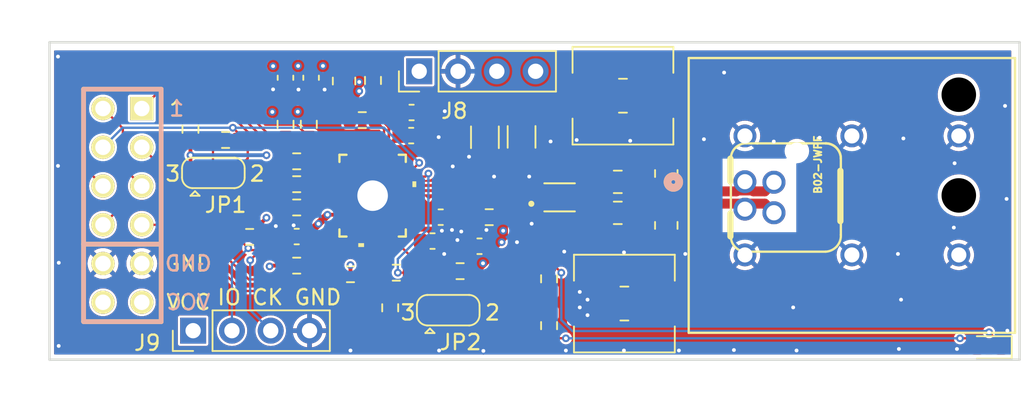
<source format=kicad_pcb>
(kicad_pcb (version 20240108) (generator "pcbnew") (generator_version "8.0")
  (title_block (comment 4 "AISLER Project ID: SOAKOEIL"))
  (layers (0 "F.Cu" signal) (1 "In1.Cu" signal) (2 "In2.Cu" signal) (31 "B.Cu" signal) (34 "B.Paste" user) (35 "F.Paste" user) (36 "B.SilkS" user "B.Silkscreen") (37 "F.SilkS" user "F.Silkscreen") (38 "B.Mask" user) (39 "F.Mask" user) (44 "Edge.Cuts" user))
  (net 0 "")
  (net 1 "GND")
  (net 2 "/V_P")
  (net 3 "+3V3")
  (net 4 "Net-(U4-XI)")
  (net 5 "/VDDIO")
  (net 6 "/VDDMAC")
  (net 7 "/VSLEEP")
  (net 8 "/REFCLK")
  (net 9 "/VDDA")
  (net 10 "/RXER")
  (net 12 "/EF_P")
  (net 13 "/EF_N")
  (net 14 "/RX_D2")
  (net 15 "Net-(JP1-C)")
  (net 16 "Net-(JP1-B)")
  (net 17 "Net-(JP2-C)")
  (net 18 "Net-(JP2-B)")
  (net 19 "/LED_T1")
  (net 20 "/TXEN")
  (net 21 "/RX_D0")
  (net 22 "/TX_D1")
  (net 23 "/RX_D1")
  (net 24 "/TX_D0")
  (net 25 "/RX_DV")
  (net 26 "/MDIO_T1")
  (net 27 "/MDC_T1")
  (net 28 "/RST_T1")
  (net 29 "Net-(LD3-A)")
  (net 30 "/RX_D3")
  (net 31 "Net-(U4-TX_EN)")
  (net 32 "Net-(U4-TX_D1{slash}TX_P)")
  (net 33 "Net-(U4-TX_D0{slash}TX_M)")
  (net 34 "/EN_P")
  (net 35 "/EN_N")
  (net 38 "Net-(L2-Pad2)")
  (net 39 "Net-(L4-Pad2)")
  (net 40 "/E_P")
  (net 41 "/E_N")
  (footprint "Resistor_SMD:R_0603_1608Metric" (layer "F.Cu") (at 73.1 61.7569)
    (property "Reference" "R13" (hide yes))
    (property "Value" "1k")
  )
  (footprint "Resistor_SMD:R_0603_1608Metric" (layer "F.Cu") (at 82.7 64.1 180)
    (property "Reference" "R3" (hide yes))
    (property "Value" "4.7k")
  )
  (footprint "Resistor_SMD:R_0805_2012Metric" (layer "F.Cu") (at 100.3734 61 90)
    (property "Reference" "L7" (hide yes))
    (property "Value" "330n")
  )
  (footprint "Resistor_SMD:R_0603_1608Metric" (layer "F.Cu") (at 79.7 64.2 180)
    (property "Reference" "R35" (hide yes))
    (property "Value" "10")
  )
  (footprint "Resistor_SMD:R_0603_1608Metric" (layer "F.Cu") (at 76.973437 54.375 90)
    (property "Reference" "R41" (hide yes))
    (property "Value" "2.4k")
  )
  (footprint "Capacitor_SMD:C_0603_1608Metric" (layer "F.Cu") (at 88.146837 62.3665)
    (property "Reference" "C18" (hide yes))
    (property "Value" "4.7u")
  )
  (footprint "Resistor_SMD:R_0603_1608Metric" (layer "F.Cu") (at 82.3 66.4 -90)
    (property "Reference" "R4" (hide yes))
    (property "Value" "9.1k")
  )
  (footprint "Resistor_SMD:R_0603_1608Metric" (layer "F.Cu") (at 76.180237 58.3 180)
    (property "Reference" "R15" (hide yes))
    (property "Value" "10")
  )
  (footprint "Resistor_SMD:R_0603_1608Metric" (layer "F.Cu") (at 92.7 64.5 -90)
    (property "Reference" "R44" (hide yes))
    (property "Value" "2.4k")
  )
  (footprint "Capacitor_SMD:C_0603_1608Metric" (layer "F.Cu") (at 85.070237 62.0284 180)
    (property "Reference" "C16" (hide yes))
    (property "Value" "100n")
  )
  (footprint "Connector_PinHeader_2.54mm:PinHeader_1x04_P2.54mm_Vertical" (layer "F.Cu") (at 84.2 50.9 90)
    (property "Reference" "J8")
    (property "Value" "Conn_01x03")
  )
  (footprint "Jumper:SolderJumper-3_P1.3mm_Open_RoundedPad1.0x1.5mm" (layer "F.Cu") (at 86.1 66.5575)
    (property "Reference" "JP2")
    (property "Value" "SolderJumper_3_Open")
  )
  (footprint "Capacitor_SMD:C_0603_1608Metric" (layer "F.Cu") (at 83.7 53.6 180)
    (property "Reference" "C11" (hide yes))
    (property "Value" "4.7u")
  )
  (footprint "Resistor_SMD:R_0805_2012Metric" (layer "F.Cu") (at 79.280637 51.5392 -90)
    (property "Reference" "FB1" (hide yes))
    (property "Value" "100@100M")
  )
  (footprint "DLW21SZ181XQ2L:FIL_DLW21SZ181XQ2L" (layer "F.Cu") (at 93.3884 59.1624)
    (property "Reference" "L1" (hide yes))
    (property "Value" "L_Coupled_1243")
  )
  (footprint "Resistor_SMD:R_0603_1608Metric" (layer "F.Cu") (at 80.473437 54.1 180)
    (property "Reference" "R42" (hide yes))
    (property "Value" "2.4k")
  )
  (footprint "DP83TC813R:VQFN28_RHF_TEX" (layer "F.Cu") (at 81.149937 59.0511)
    (property "Reference" "U4" (hide yes))
    (property "Value" "DP83TC813RRHFRQ1")
  )
  (footprint "Resistor_SMD:R_0603_1608Metric" (layer "F.Cu") (at 88.781837 60.4615 180)
    (property "Reference" "R39" (hide yes))
    (property "Value" "0")
  )
  (footprint "Capacitor_SMD:C_0603_1608Metric" (layer "F.Cu") (at 83.673437 55.1161 180)
    (property "Reference" "C13" (hide yes))
    (property "Value" "100n")
  )
  (footprint "Inductor_SMD:L_6.3x6.3_H3" (layer "F.Cu") (at 97.6302 66.122)
    (property "Reference" "L5" (hide yes))
    (property "Value" "6.8u")
  )
  (footprint "Capacitor_SMD:C_0805_2012Metric" (layer "F.Cu") (at 97.1984 58.1464 180)
    (property "Reference" "C25" (hide yes))
    (property "Value" "100n 100V")
  )
  (footprint "Inductor_SMD:L_1008_2520Metric" (layer "F.Cu") (at 97.5361 52.5)
    (property "Reference" "L3" (hide yes))
    (property "Value" "6.8u")
  )
  (footprint "Resistor_SMD:R_0603_1608Metric" (layer "F.Cu") (at 81.173437 51.5 -90)
    (property "Reference" "R28" (hide yes))
    (property "Value" "0")
  )
  (footprint "Jumper:SolderJumper-3_P1.3mm_Open_RoundedPad1.0x1.5mm" (layer "F.Cu") (at 70.725 57.5575)
    (property "Reference" "JP1")
    (property "Value" "SolderJumper_3_Open")
  )
  (footprint "Resistor_SMD:R_0603_1608Metric" (layer "F.Cu") (at 76.180237 63.6365 180)
    (property "Reference" "R12" (hide yes))
    (property "Value" "2.4k")
  )
  (footprint "Resistor_SMD:R_0603_1608Metric" (layer "F.Cu") (at 69.225 54.7 -90)
    (property "Reference" "R2" (hide yes))
    (property "Value" "9.1k")
  )
  (footprint "Capacitor_SMD:C_1206_3216Metric" (layer "F.Cu") (at 90.9 55.2 -90)
    (property "Reference" "C34" (hide yes))
    (property "Value" "4.7u")
  )
  (footprint "LED_SMD:LED_0603_1608Metric" (layer "F.Cu") (at 121.5 69 180)
    (property "Reference" "LD3" (hide yes))
    (property "Value" "WHITE")
  )
  (footprint "Resistor_SMD:R_0805_2012Metric" (layer "F.Cu") (at 100.3734 57.6 -90)
    (property "Reference" "L6" (hide yes))
    (property "Value" "330n")
  )
  (footprint "Resistor_SMD:R_0603_1608Metric" (layer "F.Cu") (at 75.449437 54.375 90)
    (property "Reference" "R40" (hide yes))
    (property "Value" "2.4k")
  )
  (footprint "Capacitor_SMD:C_0603_1608Metric" (layer "F.Cu") (at 77.122637 51.3235 90)
    (property "Reference" "C8" (hide yes))
    (property "Value" "100n")
  )
  (footprint "Capacitor_SMD:C_0603_1608Metric" (layer "F.Cu") (at 85.606837 60.4615 180)
    (property "Reference" "C20" (hide yes))
    (property "Value" "100n")
  )
  (footprint "Capacitor_SMD:C_0603_1608Metric" (layer "F.Cu") (at 75.446237 51.3235 90)
    (property "Reference" "C7" (hide yes))
    (property "Value" "4.7u")
  )
  (footprint "Resistor_SMD:R_0603_1608Metric" (layer "F.Cu") (at 76.180237 56.8 180)
    (property "Reference" "R14" (hide yes))
    (property "Value" "10")
  )
  (footprint "Inductor_SMD:L_1008_2520Metric" (layer "F.Cu") (at 97.6302 66.122)
    (property "Reference" "L4" (hide yes))
    (property "Value" "6.8u")
  )
  (footprint "Resistor_SMD:R_0603_1608Metric" (layer "F.Cu") (at 92.7 67.5697 90)
    (property "Reference" "R46" (hide yes))
    (property "Value" "2.4k")
  )
  (footprint "B02B-JWPF-SK-R_LF__SN_:B02B-JWPF-SK-R" (layer "F.Cu") (at 104.30035 55.5223 -90)
    (property "Reference" "J1" (hide yes))
    (property "Value" "Conn_01x02")
  )
  (footprint "Resistor_SMD:R_0603_1608Metric" (layer "F.Cu") (at 76.180237 59.8265 180)
    (property "Reference" "R16" (hide yes))
    (property "Value" "10")
  )
  (footprint "Connector_PinHeader_2.54mm:PinHeader_1x04_P2.54mm_Vertical" (layer "F.Cu") (at 69.4 67.9 90)
    (property "Reference" "J9")
    (property "Value" "Conn_01x03")
  )
  (footprint "Capacitor_SMD:C_1206_3216Metric" (layer "F.Cu") (at 88.5 55.225 -90)
    (property "Reference" "C33" (hide yes))
    (property "Value" "4.7u")
  )
  (footprint "2304372-1:CONN2_9-2304372_TEC" (layer "F.Cu") (at 105.520951 58.1354 90)
    (property "Reference" "J3" (hide yes))
    (property "Value" "2304372-1")
  )
  (footprint "Resistor_SMD:R_0603_1608Metric" (layer "F.Cu") (at 71.525 55.4 180)
    (property "Reference" "R1" (hide yes))
    (property "Value" "4.7k")
  )
  (footprint "Capacitor_SMD:C_0805_2012Metric" (layer "F.Cu") (at 97.1984 60.1784 180)
    (property "Reference" "C26" (hide yes))
    (property "Value" "100n 100V")
  )
  (footprint "Resistor_SMD:R_0603_1608Metric" (layer "F.Cu") (at 86.876837 64 180)
    (property "Reference" "R30" (hide yes))
    (property "Value" "0")
  )
  (footprint "Capacitor_SMD:C_0603_1608Metric" (layer "F.Cu") (at 76.180237 61.7315)
    (property "Reference" "C9" (hide yes))
    (property "Value" "100n")
  )
  (footprint "pmod-conn_6x2:pmod_pin_array_6x2" (layer "F.Cu") (at 64.77 59.69)
    (property "Reference" "PMOD1" (hide yes))
    (property "Value" "PMOD-Device-x2-Type-1A-GPIO" (hide yes))
  )
  (footprint "Inductor_SMD:L_6.3x6.3_H3" (layer "F.Cu") (at 97.5361 52.5)
    (property "Reference" "L2" (hide yes))
    (property "Value" "6.8u")
  )
  (gr_line (start 60 49) (end 123.5 49) (stroke (width 0.15)) (layer "Edge.Cuts"))
  (gr_line (start 60 69.8) (end 123.5 69.8) (stroke (width 0.15)) (layer "Edge.Cuts"))
  (gr_line (start 60 49) (end 60 69.8) (stroke (width 0.15)) (layer "Edge.Cuts"))
  (gr_line (start 123.5 69.8) (end 123.5 49) (stroke (width 0.15)) (layer "Edge.Cuts"))
  (gr_text "IO CK GND" (at 70.9 66.3 0) (layer "F.SilkS") (effects (font (size 1 1)) (justify left bottom)))
  (gr_text "3      2" (at 67.5 58.2 0) (layer "F.SilkS") (effects (font (size 1 1)) (justify left bottom)))
  (gr_text "3      2" (at 82.9 67.3 0) (layer "F.SilkS") (effects (font (size 1 1)) (justify left bottom)))
  (segment (start 85.845237 62.0284) (end 85.845237 62.8647) (width 0.8) (layer "F.Cu") (net 1))
  (segment (start 85.845237 62.8647) (end 85.835437 62.8745) (width 0.8) (layer "F.Cu") (net 1))
  (segment (start 86.381837 61.3765) (end 87.371837 62.3665) (width 0.8) (layer "F.Cu") (net 1))
  (segment (start 77.122637 52.0985) (end 76.296837 52.0985) (width 0.8) (layer "F.Cu") (net 1))
  (segment (start 75.405237 61.6391) (end 74.811837 61.0457) (width 0.8) (layer "F.Cu") (net 1))
  (segment (start 76.296837 52.0985) (end 75.446237 52.0985) (width 0.8) (layer "F.Cu") (net 1))
  (segment (start 85.845237 61.7979) (end 86.343437 61.2997) (width 0.8) (layer "F.Cu") (net 1))
  (segment (start 75.405237 61.5699) (end 75.980237 60.9949) (width 0.8) (layer "F.Cu") (net 1))
  (segment (start 75.405237 61.7315) (end 75.405237 61.6391) (width 0.8) (layer "F.Cu") (net 1))
  (segment (start 74.646437 52.0985) (end 74.633437 52.0855) (width 0.8) (layer "F.Cu") (net 1))
  (segment (start 85.845237 62.0284) (end 85.845237 61.7979) (width 0.8) (layer "F.Cu") (net 1))
  (segment (start 75.405237 61.7315) (end 75.405237 61.5699) (width 0.8) (layer "F.Cu") (net 1))
  (segment (start 96.5552 66.122) (end 94.8802 66.122) (width 1) (layer "F.Cu") (net 1))
  (segment (start 86.381837 60.4615) (end 86.381837 61.3765) (width 0.8) (layer "F.Cu") (net 1))
  (segment (start 75.446237 52.0985) (end 74.646437 52.0985) (width 0.8) (layer "F.Cu") (net 1))
  (segment (start 77.122637 52.0985) (end 78.006717 52.0985) (width 0.8) (layer "F.Cu") (net 1))
  (via (at 85.5 69.2) (size 0.5) (drill 0.25) (layers "F.Cu" "B.Cu") (net 1))
  (via (at 119.4 69.1) (size 0.5) (drill 0.25) (layers "F.Cu" "B.Cu") (net 1))
  (via (at 108.9 69.2) (size 0.5) (drill 0.25) (layers "F.Cu" "B.Cu") (net 1))
  (via (at 93.6932 62.7184) (size 0.5) (drill 0.25) (layers "F.Cu" "B.Cu") (net 1))
  (via (at 93.8 69.2) (size 0.5) (drill 0.25) (layers "F.Cu" "B.Cu") (net 1))
  (via (at 115.6 69.1) (size 0.5) (drill 0.25) (layers "F.Cu" "B.Cu") (net 1))
  (via (at 60.5536 57.0992) (size 0.5) (drill 0.25) (layers "F.Cu" "B.Cu") (net 1))
  (via (at 88.6 61.3) (size 0.5) (drill 0.25) (layers "F.Cu" "B.Cu") (net 1))
  (via (at 110.4064 55.2508) (size 0.5) (drill 0.25) (layers "F.Cu" "B.Cu") (net 1))
  (via (at 60.6 68.9) (size 0.5) (drill 0.25) (layers "F.Cu" "B.Cu") (net 1))
  (via (at 97.6048 62.7692) (size 0.5) (drill 0.25) (layers "F.Cu" "B.Cu") (net 1))
  (via (at 107.4092 55.5048) (size 0.5) (drill 0.25) (layers "F.Cu" "B.Cu") (net 1))
  (via (at 97.6 69.2) (size 0.5) (drill 0.25) (layers "F.Cu" "B.Cu") (net 1))
  (via (at 81.149937 59.0511) (size 2.5) (drill 2) (layers "F.Cu" "B.Cu") (net 1))
  (via (at 86.343437 61.2997) (size 0.5) (drill 0.25) (layers "F.Cu" "B.Cu") (net 1))
  (via (at 86.953037 61.4013) (size 0.5) (drill 0.25) (layers "F.Cu" "B.Cu") (net 1))
  (via (at 115.7404 65.868) (size 0.5) (drill 0.25) (layers "F.Cu" "B.Cu") (net 1))
  (via (at 119.2456 56.9272) (size 0.5) (drill 0.25) (layers "F.Cu" "B.Cu") (net 1))
  (via (at 101.2 69.2) (size 0.5) (drill 0.25) (layers "F.Cu" "B.Cu") (net 1))
  (via (at 78.006717 52.0985) (size 0.5) (drill 0.25) (layers "F.Cu" "B.Cu") (net 1))
  (via (at 86.699037 61.9601) (size 0.5) (drill 0.25) (layers "F.Cu" "B.Cu") (net 1))
  (via (at 102.8372 55.3524) (size 0.5) (drill 0.25) (layers "F.Cu" "B.Cu") (net 1))
  (via (at 85.873437 53.5161) (size 0.5) (drill 0.25) (layers "F.Cu" "B.Cu") (net 1))
  (via (at 98.0112 55.454) (size 0.5) (drill 0.25) (layers "F.Cu" "B.Cu") (net 1))
  (via (at 115.5372 62.8708) (size 0.5) (drill 0.25) (layers "F.Cu" "B.Cu") (net 1))
  (via (at 101.618 62.8708) (size 0.5) (drill 0.25) (layers "F.Cu" "B.Cu") (net 1))
  (via (at 87.461037 56.5004) (size 0.5) (drill 0.25) (layers "F.Cu" "B.Cu") (net 1))
  (via (at 74.811837 61.0457) (size 0.5) (drill 0.25) (layers "F.Cu" "B.Cu") (net 1))
  (via (at 104.158 50.9836) (size 0.5) (drill 0.25) (layers "F.Cu" "B.Cu") (net 1))
  (via (at 115.8928 55.3016) (size 0.5) (drill 0.25) (layers "F.Cu" "B.Cu") (net 1))
  (via (at 60.6044 63.4492) (size 0.5) (drill 0.25) (layers "F.Cu" "B.Cu") (net 1))
  (via (at 92.8 55.5) (size 0.5) (drill 0.25) (layers "F.Cu" "B.Cu") (net 1))
  (via (at 104.8 69.17) (size 0.5) (drill 0.25) (layers "F.Cu" "B.Cu") (net 1))
  (via (at 91.4 57.8) (size 0.5) (drill 0.25) (layers "F.Cu" "B.Cu") (net 1))
  (via (at 89.1 57.8) (size 0.5) (drill 0.25) (layers "F.Cu" "B.Cu") (net 1))
  (via (at 90.6 62.1) (size 0.5) (drill 0.25) (layers "F.Cu" "B.Cu") (net 1))
  (via (at 85.683037 61.3505) (size 0.5) (drill 0.25) (layers "F.Cu" "B.Cu") (net 1))
  (via (at 122.7 67.9) (size 0.5) (drill 0.25) (layers "F.Cu" "B.Cu") (net 1))
  (via (at 91.5596 60.8896) (size 0.5) (drill 0.25) (layers "F.Cu" "B.Cu") (net 1))
  (via (at 85.473437 55.2161) (size 0.5) (drill 0.25) (layers "F.Cu" "B.Cu") (net 1))
  (via (at 95.2172 65.868) (size 0.5) (drill 0.25) (layers "F.Cu" "B.Cu") (net 1))
  (via (at 74.633437 52.0855) (size 0.5) (drill 0.25) (layers "F.Cu" "B.Cu") (net 1))
  (via (at 119.1948 61.1436) (size 0.5) (drill 0.25) (layers "F.Cu" "B.Cu") (net 1))
  (via (at 122.6492 59.264) (size 0.5) (drill 0.25) (layers "F.Cu" "B.Cu") (net 1))
  (via (at 75.980237 60.9949) (size 0.5) (drill 0.25) (layers "F.Cu" "B.Cu") (net 1))
  (via (at 94.506 55.4032) (size 0.5) (drill 0.25) (layers "F.Cu" "B.Cu") (net 1))
  (via (at 79.7 69.2) (size 0.5) (drill 0.25) (layers "F.Cu" "B.Cu") (net 1))
  (via (at 95.2172 66.884) (size 0.5) (drill 0.25) (layers "F.Cu" "B.Cu") (net 1))
  (via (at 122.5476 53.168) (size 0.5) (drill 0.25) (layers "F.Cu" "B.Cu") (net 1))
  (via (at 108.6792 66.376) (size 0.5) (drill 0.25) (layers "F.Cu" "B.Cu") (net 1))
  (via (at 60.5536 49.9364) (size 0.5) (drill 0.25) (layers "F.Cu" "B.Cu") (net 1))
  (via (at 88.4 69.225) (size 0.5) (drill 0.25) (layers "F.Cu" "B.Cu") (net 1))
  (via (at 94.7092 66.376) (size 0.5) (drill 0.25) (layers "F.Cu" "B.Cu") (net 1))
  (via (at 76.296837 52.0985) (size 0.5) (drill 0.25) (layers "F.Cu" "B.Cu") (net 1))
  (via (at 86.394237 57.1341) (size 0.5) (drill 0.25) (layers "F.Cu" "B.Cu") (net 1))
  (via (at 85.835437 62.8745) (size 0.5) (drill 0.25) (layers "F.Cu" "B.Cu") (net 1))
  (via (at 94.7092 65.36) (size 0.5) (drill 0.25) (layers "F.Cu" "B.Cu") (net 1))
  (segment (start 96.4 52.6) (end 94.725 52.6) (width 1) (layer "F.Cu") (net 2))
  (segment (start 75.446237 50.5485) (end 76.272037 50.5485) (width 0.8) (layer "F.Cu") (net 3))
  (segment (start 77.897637 50.5485) (end 79.202437 50.5485) (width 0.8) (layer "F.Cu") (net 3))
  (segment (start 89.606837 61.6815) (end 88.921837 62.3665) (width 0.8) (layer "F.Cu") (net 3))
  (segment (start 89.606837 60.4615) (end 89.606837 61.6815) (width 0.8) (layer "F.Cu") (net 3))
  (segment (start 79.202437 50.5485) (end 79.280637 50.6267) (width 0.8) (layer "F.Cu") (net 3))
  (segment (start 88.650337 63.0515) (end 87.701837 64) (width 0.8) (layer "F.Cu") (net 3))
  (segment (start 88.921837 62.3665) (end 88.921837 63.0515) (width 0.8) (layer "F.Cu") (net 3))
  (segment (start 74.646437 50.5485) (end 74.633437 50.5615) (width 0.8) (layer "F.Cu") (net 3))
  (segment (start 88.921837 63.0515) (end 88.650337 63.0515) (width 0.8) (layer "F.Cu") (net 3))
  (segment (start 76.272037 50.5485) (end 77.897637 50.5485) (width 0.8) (layer "F.Cu") (net 3))
  (segment (start 75.446237 50.5485) (end 74.646437 50.5485) (width 0.8) (layer "F.Cu") (net 3))
  (via (at 89.6 62.1) (size 0.5) (drill 0.25) (layers "F.Cu" "B.Cu") (net 3))
  (via (at 89.696237 61.3505) (size 0.5) (drill 0.25) (layers "F.Cu" "B.Cu") (net 3))
  (via (at 77.897637 50.5485) (size 0.5) (drill 0.25) (layers "F.Cu" "B.Cu") (net 3))
  (via (at 76.272037 50.5485) (size 0.5) (drill 0.25) (layers "F.Cu" "B.Cu") (net 3))
  (via (at 74.633437 50.5615) (size 0.5) (drill 0.25) (layers "F.Cu" "B.Cu") (net 3))
  (via (at 88.375437 63.4841) (size 0.5) (drill 0.25) (layers "F.Cu" "B.Cu") (net 3))
  (segment (start 81.900126 62.241189) (end 81.900126 61.5022) (width 0.15) (layer "F.Cu") (net 4))
  (segment (start 81.900126 62.241189) (end 80.525 63.616315) (width 0.15) (layer "F.Cu") (net 4))
  (segment (start 80.525 63.616315) (end 80.525 64.2) (width 0.15) (layer "F.Cu") (net 4))
  (segment (start 82.3 67.225) (end 81.625 67.225) (width 0.25) (layer "F.Cu") (net 5))
  (segment (start 74.598037 53.55) (end 74.585837 53.5622) (width 0.8) (layer "F.Cu") (net 5))
  (segment (start 76.973437 53.55) (end 74.598037 53.55) (width 0.8) (layer "F.Cu") (net 5))
  (segment (start 78.164637 60.3345) (end 78.197722 60.301415) (width 0.25) (layer "F.Cu") (net 5))
  (segment (start 82.3 67.225) (end 84.1325 67.225) (width 0.25) (layer "F.Cu") (net 5))
  (segment (start 73.925 61.7569) (end 73.925 60.775) (width 0.25) (layer "F.Cu") (net 5))
  (segment (start 79.8 65.4) (end 79.7 65.3) (width 0.25) (layer "F.Cu") (net 5))
  (segment (start 79.973437 52.3) (end 79.973437 51.875) (width 0.8) (layer "F.Cu") (net 5))
  (segment (start 79.648437 52.8195) (end 79.280637 52.4517) (width 0.25) (layer "F.Cu") (net 5))
  (segment (start 92.7 65.325) (end 92.7 66.7447) (width 0.25) (layer "F.Cu") (net 5))
  (segment (start 79.206837 60.301415) (end 78.197722 60.301415) (width 0.25) (layer "F.Cu") (net 5))
  (segment (start 76.955237 61.5439) (end 76.955237 61.7315) (width 0.5) (layer "F.Cu") (net 5))
  (segment (start 79.973437 51.875) (end 81.173437 50.675) (width 0.8) (layer "F.Cu") (net 5))
  (segment (start 81.625 67.225) (end 79.8 65.4) (width 0.25) (layer "F.Cu") (net 5))
  (segment (start 92.7 65.3) (end 92.7 65.325) (width 0.25) (layer "F.Cu") (net 5))
  (segment (start 79.280637 52.4517) (end 79.973437 52.3) (width 0.8) (layer "F.Cu") (net 5))
  (segment (start 78.164637 60.3345) (end 76.955237 61.5439) (width 0.5) (layer "F.Cu") (net 5))
  (segment (start 69.225 55.525) (end 69.225 57.3575) (width 0.25) (layer "F.Cu") (net 5))
  (segment (start 82.3 67.225) (end 83.675 68.6) (width 0.25) (layer "F.Cu") (net 5))
  (segment (start 75.355237 63.6365) (end 74.456237 63.6365) (width 0.25) (layer "F.Cu") (net 5))
  (segment (start 79.648437 54.1) (end 79.648437 52.8195) (width 0.25) (layer "F.Cu") (net 5))
  (segment (start 83.675 68.6) (end 90.8447 68.6) (width 0.25) (layer "F.Cu") (net 5))
  (segment (start 90.8447 68.6) (end 92.7 66.7447) (width 0.25) (layer "F.Cu") (net 5))
  (segment (start 74.456237 63.6365) (end 74.405437 63.6873) (width 0.25) (layer "F.Cu") (net 5))
  (segment (start 84.1325 67.225) (end 84.8 66.5575) (width 0.25) (layer "F.Cu") (net 5))
  (segment (start 73.925 60.775) (end 74.2 60.5) (width 0.25) (layer "F.Cu") (net 5))
  (segment (start 69.225 57.3575) (end 69.425 57.5575) (width 0.25) (layer "F.Cu") (net 5))
  (segment (start 79.7 65.3) (end 79.7 63.6) (width 0.25) (layer "F.Cu") (net 5))
  (via (at 76.250037 53.55) (size 0.5) (drill 0.25) (layers "F.Cu" "B.Cu") (net 5))
  (via (at 80.273437 51.6) (size 0.5) (drill 0.25) (layers "F.Cu" "B.Cu") (net 5))
  (via (at 74.2 60.5) (size 0.5) (drill 0.25) (layers "F.Cu" "B.Cu") (net 5))
  (via (at 69.225 56.4) (size 0.5) (drill 0.25) (layers "F.Cu" "B.Cu") (net 5))
  (via (at 74.405437 63.6873) (size 0.5) (drill 0.25) (layers "F.Cu" "B.Cu") (net 5))
  (via (at 80.273437 52.2) (size 0.5) (drill 0.25) (layers "F.Cu" "B.Cu") (net 5))
  (via (at 77.605837 60.8933) (size 0.5) (drill 0.25) (layers "F.Cu" "B.Cu") (net 5))
  (via (at 74.585837 53.5622) (size 0.5) (drill 0.25) (layers "F.Cu" "B.Cu") (net 5))
  (via (at 79.7 63.6) (size 0.5) (drill 0.25) (layers "F.Cu" "B.Cu") (net 5))
  (via (at 74.2 56.4) (size 0.5) (drill 0.25) (layers "F.Cu" "B.Cu") (net 5))
  (via (at 78.197722 60.301415) (size 0.5) (drill 0.25) (layers "F.Cu" "B.Cu") (net 5))
  (segment (start 69.225 56.4) (end 74.2 56.4) (width 0.25) (layer "B.Cu") (net 5))
  (segment (start 82.400252 56.6) (end 82.400252 55.614285) (width 0.3) (layer "F.Cu") (net 6))
  (segment (start 81.65 52.325) (end 82.925 53.6) (width 0.8) (layer "F.Cu") (net 6))
  (segment (start 82.925 53.6) (end 82.925 55.089537) (width 0.8) (layer "F.Cu") (net 6))
  (segment (start 82.925 55.089537) (end 82.898437 55.1161) (width 0.8) (layer "F.Cu") (net 6))
  (segment (start 81.173437 52.325) (end 81.65 52.325) (width 0.8) (layer "F.Cu") (net 6))
  (segment (start 82.400252 55.614285) (end 82.898437 55.1161) (width 0.3) (layer "F.Cu") (net 6))
  (segment (start 83.093037 60.301415) (end 83.093037 60.801541) (width 0.25) (layer "F.Cu") (net 7))
  (segment (start 84.295237 62.414816) (end 86.051837 64.171416) (width 0.25) (layer "F.Cu") (net 7))
  (segment (start 83.093037 60.801541) (end 83.093037 60.8262) (width 0.25) (layer "F.Cu") (net 7))
  (segment (start 83.093037 60.8262) (end 84.295237 62.0284) (width 0.25) (layer "F.Cu") (net 7))
  (segment (start 86.051837 64.171416) (end 86.051837 64.2715) (width 0.25) (layer "F.Cu") (net 7))
  (segment (start 84.295237 62.0284) (end 84.295237 62.414816) (width 0.25) (layer "F.Cu") (net 7))
  (segment (start 68.26 60.96) (end 72.6 65.3) (width 0.15) (layer "F.Cu") (net 8))
  (segment (start 78.5 64.2) (end 78.875 64.2) (width 0.15) (layer "F.Cu") (net 8))
  (segment (start 66.04 60.96) (end 68.26 60.96) (width 0.15) (layer "F.Cu") (net 8))
  (segment (start 77.4 65.3) (end 78.5 64.2) (width 0.15) (layer "F.Cu") (net 8))
  (segment (start 72.6 65.3) (end 77.4 65.3) (width 0.15) (layer "F.Cu") (net 8))
  (segment (start 84.831837 59.8897) (end 85.149037 59.5725) (width 0.5) (layer "F.Cu") (net 9))
  (segment (start 84.2433 59.301163) (end 84.413037 59.4709) (width 0.25) (layer "F.Cu") (net 9))
  (segment (start 84.831837 59.8897) (end 84.831837 60.4615) (width 0.5) (layer "F.Cu") (net 9))
  (segment (start 87.067837 59.5725) (end 87.956837 60.4615) (width 0.5) (layer "F.Cu") (net 9))
  (segment (start 84.413037 59.4709) (end 84.831837 59.8897) (width 0.5) (layer "F.Cu") (net 9))
  (segment (start 83.093037 59.301163) (end 84.2433 59.301163) (width 0.25) (layer "F.Cu") (net 9))
  (segment (start 85.149037 59.5725) (end 87.067837 59.5725) (width 0.5) (layer "F.Cu") (net 9))
  (segment (start 84.599215 57.800785) (end 84.8 57.6) (width 0.15) (layer "F.Cu") (net 10))
  (segment (start 83.525 64.1) (end 82.8 64.1) (width 0.15) (layer "F.Cu") (net 10))
  (segment (start 83.093037 57.800785) (end 84.599215 57.800785) (width 0.15) (layer "F.Cu") (net 10))
  (via (at 82.8 64.1) (size 0.5) (drill 0.25) (layers "F.Cu" "B.Cu") (net 10))
  (via (at 84.8 57.6) (size 0.5) (drill 0.25) (layers "F.Cu" "B.Cu") (net 10))
  (segment (start 82.8 64.1) (end 82.8 63.2) (width 0.15) (layer "B.Cu") (net 10))
  (segment (start 82.9 63.1) (end 84.8 61.2) (width 0.15) (layer "B.Cu") (net 10))
  (segment (start 84.8 61.2) (end 84.8 57.6) (width 0.15) (layer "B.Cu") (net 10))
  (segment (start 82.8 63.2) (end 82.9 63.1) (width 0.15) (layer "B.Cu") (net 10))
  (segment (start 95.6324 58.7624) (end 96.2484 58.1464) (width 0.65) (layer "F.Cu") (net 12))
  (segment (start 94.2384 58.7624) (end 95.6324 58.7624) (width 0.65) (layer "F.Cu") (net 12))
  (segment (start 94.2384 59.5624) (end 95.6324 59.5624) (width 0.65) (layer "F.Cu") (net 13))
  (segment (start 95.6324 59.5624) (end 96.2484 60.1784) (width 0.65) (layer "F.Cu") (net 13))
  (segment (start 70.7 57.5325) (end 70.725 57.5575) (width 0.15) (layer "F.Cu") (net 15))
  (segment (start 70.7 55.4) (end 70.7 57.5325) (width 0.15) (layer "F.Cu") (net 15))
  (segment (start 69.225 53.875) (end 71.975 53.875) (width 0.15) (layer "F.Cu") (net 16))
  (segment (start 71.975 53.875) (end 72.975 54.875) (width 0.15) (layer "F.Cu") (net 16))
  (segment (start 72.975 54.875) (end 72.975 56.6075) (width 0.15) (layer "F.Cu") (net 16))
  (segment (start 72.975 56.6075) (end 72.025 57.5575) (width 0.15) (layer "F.Cu") (net 16))
  (segment (start 85.9 65.3) (end 84.4 65.3) (width 0.15) (layer "F.Cu") (net 17))
  (segment (start 81.5 64.475) (end 81.875 64.1) (width 0.15) (layer "F.Cu") (net 17))
  (segment (start 83.4 66.3) (end 81.9 66.3) (width 0.15) (layer "F.Cu") (net 17))
  (segment (start 84.4 65.3) (end 83.4 66.3) (width 0.15) (layer "F.Cu") (net 17))
  (segment (start 86.1 66.5575) (end 86.1 65.5) (width 0.15) (layer "F.Cu") (net 17))
  (segment (start 81.5 65.9) (end 81.5 64.475) (width 0.15) (layer "F.Cu") (net 17))
  (segment (start 81.9 66.3) (end 81.5 65.9) (width 0.15) (layer "F.Cu") (net 17))
  (segment (start 86.1 65.5) (end 85.9 65.3) (width 0.15) (layer "F.Cu") (net 17))
  (segment (start 87.4 66.5575) (end 87.4 65.4) (width 0.15) (layer "F.Cu") (net 18))
  (segment (start 83.700736 65.575) (end 82.3 65.575) (width 0.15) (layer "F.Cu") (net 18))
  (segment (start 84.275736 65) (end 83.700736 65.575) (width 0.15) (layer "F.Cu") (net 18))
  (segment (start 87.4 65.4) (end 87 65) (width 0.15) (layer "F.Cu") (net 18))
  (segment (start 87 65) (end 84.275736 65) (width 0.15) (layer "F.Cu") (net 18))
  (segment (start 82.400252 61.5022) (end 82.400252 61.7816) (width 0.15) (layer "F.Cu") (net 19))
  (segment (start 92.225 63.675) (end 92.7 63.675) (width 0.15) (layer "F.Cu") (net 19))
  (segment (start 122.2875 69) (end 122.2875 68.7875) (width 0.15) (layer "F.Cu") (net 19))
  (segment (start 91 64.9) (end 92.225 63.675) (width 0.15) (layer "F.Cu") (net 19))
  (segment (start 122.2875 68.7875) (end 121.5 68) (width 0.15) (layer "F.Cu") (net 19))
  (segment (start 82.400252 61.7816) (end 85.075234 64.456582) (width 0.15) (layer "F.Cu") (net 19))
  (segment (start 87.124264 64.7) (end 87.324264 64.9) (width 0.15) (layer "F.Cu") (net 19))
  (segment (start 85.426837 64.456582) (end 85.670255 64.7) (width 0.15) (layer "F.Cu") (net 19))
  (segment (start 85.075234 64.456582) (end 85.426837 64.456582) (width 0.15) (layer "F.Cu") (net 19))
  (segment (start 87.324264 64.9) (end 91 64.9) (width 0.15) (layer "F.Cu") (net 19))
  (segment (start 93.075 63.675) (end 93.5 64.1) (width 0.15) (layer "F.Cu") (net 19))
  (segment (start 85.670255 64.7) (end 87.124264 64.7) (width 0.15) (layer "F.Cu") (net 19))
  (segment (start 92.7 63.675) (end 93.075 63.675) (width 0.15) (layer "F.Cu") (net 19))
  (via (at 93.5 64.1) (size 0.5) (drill 0.25) (layers "F.Cu" "B.Cu") (net 19))
  (via (at 121.5 68) (size 0.5) (drill 0.25) (layers "F.Cu" "B.Cu") (net 19))
  (segment (start 121.425 67.925) (end 94.225 67.925) (width 0.15) (layer "B.Cu") (net 19))
  (segment (start 93.5 67.2) (end 93.5 64.1) (width 0.15) (layer "B.Cu") (net 19))
  (segment (start 94.225 67.925) (end 93.5 67.2) (width 0.15) (layer "B.Cu") (net 19))
  (segment (start 121.5 68) (end 121.425 67.925) (width 0.15) (layer "B.Cu") (net 19))
  (segment (start 69.06 58.9) (end 72.8 58.9) (width 0.15) (layer "F.Cu") (net 20))
  (segment (start 72.8 58.9) (end 74.9 56.8) (width 0.15) (layer "F.Cu") (net 20))
  (segment (start 66.04 55.88) (end 69.06 58.9) (width 0.15) (layer "F.Cu") (net 20))
  (segment (start 74.9 56.8) (end 75.355237 56.8) (width 0.15) (layer "F.Cu") (net 20))
  (segment (start 78.8 55.6) (end 78.5 55.9) (width 0.15) (layer "F.Cu") (net 21))
  (segment (start 74.5 55.2) (end 71.3 52) (width 0.15) (layer "F.Cu") (net 21))
  (segment (start 80.199748 55.6) (end 80.399748 55.8) (width 0.15) (layer "F.Cu") (net 21))
  (segment (start 80.399748 56.6) (end 80.399748 55.8) (width 0.15) (layer "F.Cu") (net 21))
  (segment (start 75.449437 55.2) (end 74.5 55.2) (width 0.15) (layer "F.Cu") (net 21))
  (segment (start 71.3 52) (end 63 52) (width 0.15) (layer "F.Cu") (net 21))
  (segment (start 76.149437 55.9) (end 75.449437 55.2) (width 0.15) (layer "F.Cu") (net 21))
  (segment (start 64.82 57.2) (end 66.04 58.42) (width 0.15) (layer "F.Cu") (net 21))
  (segment (start 78.5 55.9) (end 76.149437 55.9) (width 0.15) (layer "F.Cu") (net 21))
  (segment (start 62.1 52.9) (end 62.1 56.3) (width 0.15) (layer "F.Cu") (net 21))
  (segment (start 63 52) (end 62.1 52.9) (width 0.15) (layer "F.Cu") (net 21))
  (segment (start 62.1 56.3) (end 63 57.2) (width 0.15) (layer "F.Cu") (net 21))
  (segment (start 63 57.2) (end 64.82 57.2) (width 0.15) (layer "F.Cu") (net 21))
  (segment (start 78.8 55.6) (end 80.199748 55.6) (width 0.15) (layer "F.Cu") (net 21))
  (segment (start 76.1 56.3) (end 76.1 57.555237) (width 0.15) (layer "F.Cu") (net 22))
  (segment (start 75.8 56) (end 76.1 56.3) (width 0.15) (layer "F.Cu") (net 22))
  (segment (start 71.1 52.4) (end 74.7 56) (width 0.15) (layer "F.Cu") (net 22))
  (segment (start 66.98 52.4) (end 71.1 52.4) (width 0.15) (layer "F.Cu") (net 22))
  (segment (start 76.1 57.555237) (end 75.355237 58.3) (width 0.15) (layer "F.Cu") (net 22))
  (segment (start 74.7 56) (end 75.8 56) (width 0.15) (layer "F.Cu") (net 22))
  (segment (start 66.04 53.34) (end 66.98 52.4) (width 0.15) (layer "F.Cu") (net 22))
  (segment (start 71.424264 51.7) (end 62.4 51.7) (width 0.15) (layer "F.Cu") (net 23))
  (segment (start 80.899874 55.699874) (end 80.4 55.2) (width 0.15) (layer "F.Cu") (net 23))
  (segment (start 61.6 52.5) (end 61.6 56.52) (width 0.15) (layer "F.Cu") (net 23))
  (segment (start 74.124264 54.4) (end 71.424264 51.7) (width 0.15) (layer "F.Cu") (net 23))
  (segment (start 80.899874 55.7) (end 80.899874 55.699874) (width 0.15) (layer "F.Cu") (net 23))
  (segment (start 61.6 56.52) (end 63.5 58.42) (width 0.15) (layer "F.Cu") (net 23))
  (segment (start 62.4 51.7) (end 61.6 52.5) (width 0.15) (layer "F.Cu") (net 23))
  (segment (start 76.973437 55.2) (end 76.173437 54.4) (width 0.15) (layer "F.Cu") (net 23))
  (segment (start 80.4 55.2) (end 76.973437 55.2) (width 0.15) (layer "F.Cu") (net 23))
  (segment (start 76.173437 54.4) (end 74.124264 54.4) (width 0.15) (layer "F.Cu") (net 23))
  (segment (start 80.899874 56.6) (end 80.899874 55.7) (width 0.15) (layer "F.Cu") (net 23))
  (segment (start 65.55 57.25) (end 64.8 56.5) (width 0.15) (layer "F.Cu") (net 24))
  (segment (start 75.355237 59.8265) (end 69.562236 59.8265) (width 0.15) (layer "F.Cu") (net 24))
  (segment (start 69.562236 59.8265) (end 66.985736 57.25) (width 0.15) (layer "F.Cu") (net 24))
  (segment (start 66.985736 57.25) (end 65.55 57.25) (width 0.15) (layer "F.Cu") (net 24))
  (segment (start 64.8 56.5) (end 64.8 54.64) (width 0.15) (layer "F.Cu") (net 24))
  (segment (start 64.8 54.64) (end 63.5 53.34) (width 0.15) (layer "F.Cu") (net 24))
  (segment (start 83.799341 57.300659) (end 84.2 56.9) (width 0.15) (layer "F.Cu") (net 25))
  (segment (start 83.093037 57.300659) (end 83.799341 57.300659) (width 0.15) (layer "F.Cu") (net 25))
  (segment (start 72.35 55.4) (end 72.35 54.95) (width 0.15) (layer "F.Cu") (net 25))
  (segment (start 72.35 54.95) (end 72 54.6) (width 0.15) (layer "F.Cu") (net 25))
  (via (at 72 54.6) (size 0.5) (drill 0.25) (layers "F.Cu" "B.Cu") (net 25))
  (via (at 84.2 56.9) (size 0.5) (drill 0.25) (layers "F.Cu" "B.Cu") (net 25))
  (segment (start 64.78 54.6) (end 63.5 55.88) (width 0.15) (layer "B.Cu") (net 25))
  (segment (start 84.2 56.9) (end 81.9 54.6) (width 0.15) (layer "B.Cu") (net 25))
  (segment (start 81.9 54.6) (end 64.78 54.6) (width 0.15) (layer "B.Cu") (net 25))
  (segment (start 77.859837 61.6045) (end 77.859837 62.1125) (width 0.15) (layer "F.Cu") (net 26))
  (segment (start 77.859837 62.1125) (end 77.351837 62.6205) (width 0.15) (layer "F.Cu") (net 26))
  (segment (start 73.1386 62.6205) (end 73.00905 62.49095) (width 0.15) (layer "F.Cu") (net 26))
  (segment (start 79.206837 60.801541) (end 78.662796 60.801541) (width 0.15) (layer "F.Cu") (net 26))
  (segment (start 77.351837 62.6205) (end 73.1386 62.6205) (width 0.15) (layer "F.Cu") (net 26))
  (segment (start 73.00905 62.49095) (end 72.275 61.7569) (width 0.15) (layer "F.Cu") (net 26))
  (segment (start 78.662796 60.801541) (end 77.859837 61.6045) (width 0.15) (layer "F.Cu") (net 26))
  (via (at 73.00905 62.49095) (size 0.5) (drill 0.25) (layers "F.Cu" "B.Cu") (net 26))
  (segment (start 71.94 63.56) (end 71.94 67.9) (width 0.15) (layer "B.Cu") (net 26))
  (segment (start 73.00905 62.49095) (end 71.94 63.56) (width 0.15) (layer "B.Cu") (net 26))
  (segment (start 79.899622 62.053915) (end 79.688637 62.2649) (width 0.15) (layer "F.Cu") (net 27))
  (segment (start 73.851917 62.92002) (end 73.496317 62.92002) (width 0.15) (layer "F.Cu") (net 27))
  (segment (start 79.688637 62.2649) (end 78.317037 62.2649) (width 0.15) (layer "F.Cu") (net 27))
  (segment (start 78.012237 62.5697) (end 77.661917 62.92002) (width 0.15) (layer "F.Cu") (net 27))
  (segment (start 77.227771 62.92002) (end 73.851917 62.92002) (width 0.15) (layer "F.Cu") (net 27))
  (segment (start 78.317037 62.2649) (end 78.012237 62.5697) (width 0.15) (layer "F.Cu") (net 27))
  (segment (start 77.661917 62.92002) (end 77.227771 62.92002) (width 0.15) (layer "F.Cu") (net 27))
  (segment (start 73.496317 62.92002) (end 73.135437 63.2809) (width 0.15) (layer "F.Cu") (net 27))
  (segment (start 79.899622 61.5022) (end 79.899622 62.053915) (width 0.15) (layer "F.Cu") (net 27))
  (via (at 73.135437 63.2809) (size 0.5) (drill 0.25) (layers "F.Cu" "B.Cu") (net 27))
  (segment (start 73.135437 63.2809) (end 73.135437 66.555437) (width 0.15) (layer "B.Cu") (net 27))
  (segment (start 73.135437 66.555437) (end 74.48 67.9) (width 0.15) (layer "B.Cu") (net 27))
  (segment (start 68.2 59.7) (end 64.76 59.7) (width 0.15) (layer "F.Cu") (net 28))
  (segment (start 77.005237 64.036663) (end 76.5 64.5419) (width 0.15) (layer "F.Cu") (net 28))
  (segment (start 77.005237 63.6365) (end 77.555037 63.6365) (width 0.15) (layer "F.Cu") (net 28))
  (segment (start 80.899874 61.5022) (end 80.899874 62.374463) (width 0.15) (layer "F.Cu") (net 28))
  (segment (start 77.005237 63.6365) (end 77.005237 64.036663) (width 0.15) (layer "F.Cu") (net 28))
  (segment (start 73.0419 64.5419) (end 68.2 59.7) (width 0.15) (layer "F.Cu") (net 28))
  (segment (start 76.5 64.5419) (end 73.0419 64.5419) (width 0.15) (layer "F.Cu") (net 28))
  (segment (start 77.555037 63.6365) (end 78.571037 62.6205) (width 0.15) (layer "F.Cu") (net 28))
  (segment (start 80.899874 62.374463) (end 80.653837 62.6205) (width 0.15) (layer "F.Cu") (net 28))
  (segment (start 64.76 59.7) (end 63.5 60.96) (width 0.15) (layer "F.Cu") (net 28))
  (segment (start 80.653837 62.6205) (end 78.571037 62.6205) (width 0.15) (layer "F.Cu") (net 28))
  (segment (start 120.1125 68.4) (end 120.7125 69) (width 0.15) (layer "F.Cu") (net 29))
  (segment (start 92.7 68.3947) (end 93.7947 68.3947) (width 0.15) (layer "F.Cu") (net 29))
  (segment (start 119.6 68.4) (end 120.1125 68.4) (width 0.15) (layer "F.Cu") (net 29))
  (segment (start 93.7947 68.3947) (end 93.8 68.4) (width 0.15) (layer "F.Cu") (net 29))
  (via (at 119.6 68.4) (size 0.5) (drill 0.25) (layers "F.Cu" "B.Cu") (net 29))
  (via (at 93.8 68.4) (size 0.5) (drill 0.25) (layers "F.Cu" "B.Cu") (net 29))
  (segment (start 93.8 68.4) (end 119.6 68.4) (width 0.15) (layer "B.Cu") (net 29))
  (segment (start 81.900126 56.6) (end 81.900126 54.701689) (width 0.15) (layer "F.Cu") (net 30))
  (segment (start 81.900126 54.701689) (end 81.298437 54.1) (width 0.15) (layer "F.Cu") (net 30))
  (segment (start 77.4 56.8) (end 77.005237 56.8) (width 0.15) (layer "F.Cu") (net 31))
  (segment (start 79.206837 57.800785) (end 78.400785 57.800785) (width 0.15) (layer "F.Cu") (net 31))
  (segment (start 78.400785 57.800785) (end 77.4 56.8) (width 0.15) (layer "F.Cu") (net 31))
  (segment (start 79.206837 59.301163) (end 78.401163 59.301163) (width 0.15) (layer "F.Cu") (net 32))
  (segment (start 78.401163 59.301163) (end 77.4 58.3) (width 0.15) (layer "F.Cu") (net 32))
  (segment (start 77.4 58.3) (end 77.005237 58.3) (width 0.15) (layer "F.Cu") (net 32))
  (segment (start 77.005237 59.8265) (end 77.030448 59.801289) (width 0.15) (layer "F.Cu") (net 33))
  (segment (start 77.030448 59.801289) (end 79.206837 59.801289) (width 0.15) (layer "F.Cu") (net 33))
  (segment (start 83.702638 58.801037) (end 83.093037 58.801037) (width 0.184) (layer "F.Cu") (net 34))
  (segment (start 91.863399 59.5624) (end 91.630399 59.3294) (width 0.184) (layer "F.Cu") (net 34))
  (segment (start 87.9818 58.717974) (end 83.785701 58.717974) (width 0.184) (layer "F.Cu") (net 34))
  (segment (start 88.593226 59.3294) (end 87.9818 58.717974) (width 0.184) (layer "F.Cu") (net 34))
  (segment (start 83.785701 58.717974) (end 83.702638 58.801037) (width 0.184) (layer "F.Cu") (net 34))
  (segment (start 92.5384 59.5624) (end 91.863399 59.5624) (width 0.184) (layer "F.Cu") (net 34))
  (segment (start 91.630399 59.3294) (end 88.593226 59.3294) (width 0.184) (layer "F.Cu") (net 34))
  (segment (start 83.702638 58.300911) (end 83.093037 58.300911) (width 0.184) (layer "F.Cu") (net 35))
  (segment (start 92.5384 58.7624) (end 91.863399 58.7624) (width 0.184) (layer "F.Cu") (net 35))
  (segment (start 88.120148 58.383974) (end 83.785701 58.383974) (width 0.184) (layer "F.Cu") (net 35))
  (segment (start 88.731574 58.9954) (end 88.120148 58.383974) (width 0.184) (layer "F.Cu") (net 35))
  (segment (start 91.863399 58.7624) (end 91.630399 58.9954) (width 0.184) (layer "F.Cu") (net 35))
  (segment (start 91.630399 58.9954) (end 88.731574 58.9954) (width 0.184) (layer "F.Cu") (net 35))
  (segment (start 83.785701 58.383974) (end 83.702638 58.300911) (width 0.184) (layer "F.Cu") (net 35))
  (segment (start 100.2861 52.5) (end 98.6111 52.5) (width 1) (layer "F.Cu") (net 38))
  (segment (start 100.2861 56.3846) (end 100.3734 56.4719) (width 1) (layer "F.Cu") (net 38))
  (segment (start 100.2861 52.152) (end 100.2861 56.3846) (width 1) (layer "F.Cu") (net 38))
  (segment (start 98.7052 66.122) (end 100.0432 66.122) (width 1) (layer "F.Cu") (net 39))
  (segment (start 100.3802 61.8597) (end 100.3734 61.8529) (width 1) (layer "F.Cu") (net 39))
  (segment (start 100.3802 66.122) (end 100.3802 61.8597) (width 1) (layer "F.Cu") (net 39))
  (segment (start 106.027871 58.71159) (end 105.014031 58.71159) (width 0.65) (layer "F.Cu") (net 40))
  (segment (start 98.7644 58.7624) (end 101.878529 58.7624) (width 0.65) (layer "F.Cu") (net 40))
  (segment (start 106.088581 58.7723) (end 106.027871 58.71159) (width 0.65) (layer "F.Cu") (net 40))
  (segment (start 105.014031 58.71159) (end 104.953321 58.7723) (width 0.65) (layer "F.Cu") (net 40))
  (segment (start 104.953321 58.7723) (end 102.0244 58.7723) (width 0.65) (layer "F.Cu") (net 40))
  (segment (start 106.82035 58.7723) (end 106.088581 58.7723) (width 0.65) (layer "F.Cu") (net 40))
  (segment (start 98.1484 58.1464) (end 98.7644 58.7624) (width 0.65) (layer "F.Cu") (net 40))
  (segment (start 107.42035 58.1723) (end 106.82035 58.7723) (width 0.65) (layer "F.Cu") (net 40))
  (segment (start 107.42035 60.1723) (end 106.82035 59.5723) (width 0.65) (layer "F.Cu") (net 41))
  (segment (start 106.82035 59.5723) (end 102.0244 59.5723) (width 0.65) (layer "F.Cu") (net 41))
  (segment (start 98.1484 60.1784) (end 98.7644 59.5624) (width 0.65) (layer "F.Cu") (net 41))
  (segment (start 98.7644 59.5624) (end 101.878529 59.5624) (width 0.65) (layer "F.Cu") (net 41))
  (zone (net 2) (net_name "/V_P") (layer "F.Cu") (priority 2) (connect_pads yes (clearance 0)) (min_thickness 0.25) (fill yes (thermal_gap 0.5) (thermal_bridge_width 0.5))
    (polygon (pts (xy 87.6 52.9) (xy 88 52.5) (xy 88 50.4) (xy 88.5 49.9) (xy 92.8 49.9) (xy 94.3 51.4) (xy 94.3 53.8) (xy 93.8 54.3) (xy 88 54.3) (xy 87.6 53.9)))
  )
  (zone (net 0) (net_name "") (layers "F.Cu" "In1.Cu" "In2.Cu") (connect_pads (clearance 0)) (min_thickness 0.254)
    (keepout (tracks allowed) (vias allowed) (pads allowed) (copperpour not_allowed) (footprints allowed))
    (fill (thermal_gap 0.508) (thermal_bridge_width 0.508))
    (polygon (pts (xy 118.7884 62.2104) (xy 92.0676 62.2104) (xy 92.0676 55.8604) (xy 118.7884 55.8604)))
  )
  (zone (net 1) (net_name "GND") (layers "F.Cu" "In1.Cu" "B.Cu") (connect_pads (clearance 0)) (min_thickness 0.1) (fill yes (thermal_gap 0.25) (thermal_bridge_width 0.3))
    (polygon (pts (xy 122.952 69.464) (xy 60.198 69.464) (xy 60.198 49.53) (xy 122.952 49.53)))
  )
  (zone (net 0) (net_name "") (layer "B.Cu") (connect_pads (clearance 0)) (min_thickness 0.254)
    (keepout (tracks allowed) (vias allowed) (pads allowed) (copperpour not_allowed) (footprints allowed))
    (fill (thermal_gap 0.508) (thermal_bridge_width 0.508))
    (polygon (pts (xy 108.8824 61.4484) (xy 104.0564 61.4484) (xy 104.0564 56.6224) (xy 108.8824 56.6224)))
  )
)
</source>
